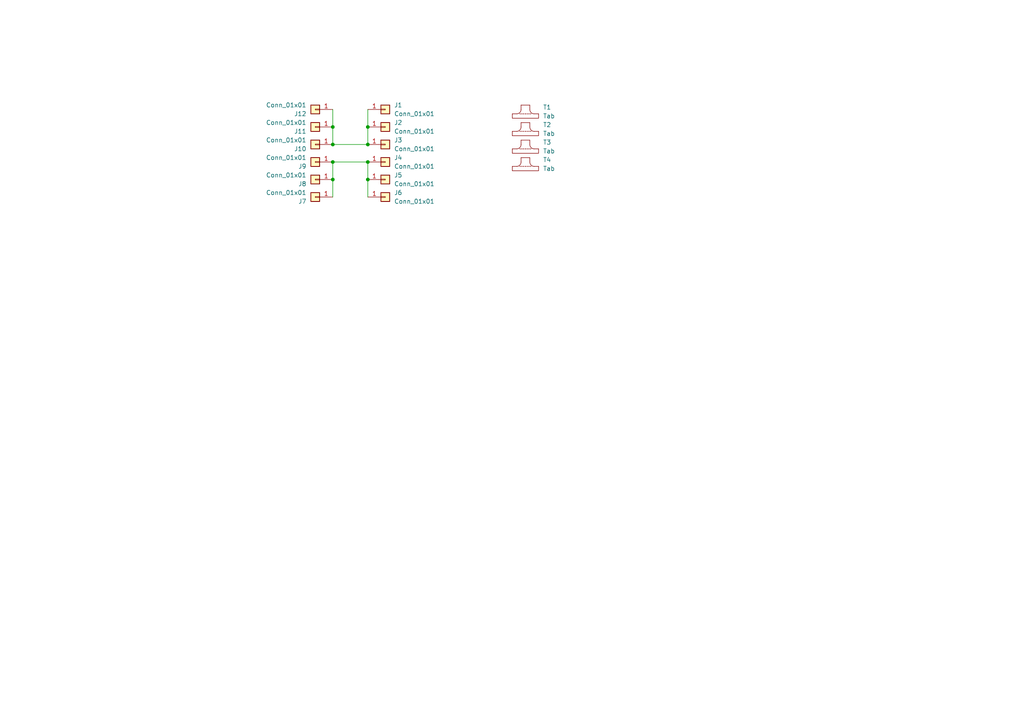
<source format=kicad_sch>
(kicad_sch (version 20231120) (generator "eeschema") (generator_version "8.0")
  (paper "A4")
  (lib_symbols
    (symbol "Connector_Generic:Conn_01x01" (pin_names (offset 1.016) hide)
      (property "Reference" "J" (at 0 2.54 0))
      (property "Value" "Conn_01x01" (at 0 -2.54 0))
      (symbol "Conn_01x01_1_1"
        (rectangle (start -1.27 0.127) (end 0 -0.127) (stroke (width 0.1524)))
        (rectangle (start -1.27 1.27) (end 1.27 -1.27) (stroke (width 0.254)) (fill (type background)))
        (pin passive line (at -5.08 0 0) (length 3.81) (name "Pin_1") (number "1"))
      )
    )
    (symbol "PCM_kikit:Tab" (in_bom no)
      (property "Reference" "T" (at 0 3.81 0))
      (property "Value" "Tab" (at 0 -2.54 0))
      (symbol "Tab_0_1"
        (arc (start -2.54 0) (mid -1.642 0.372) (end -1.27 1.27) (stroke (width 0.1524)))
        (circle (center -1.524 0) (radius 0.0762) (stroke (width 0.1524)))
        (circle (center -1.016 0) (radius 0.0762) (stroke (width 0.1524)))
        (circle (center -0.508 0) (radius 0.0762) (stroke (width 0.1524)))
        (polyline (pts (xy -3.81 0) (xy -2.54 0)) (stroke (width 0.1524)))
        (polyline (pts (xy -1.27 1.27) (xy -1.27 2.54)) (stroke (width 0.1524)))
        (polyline (pts (xy 1.27 1.27) (xy 1.27 2.54)) (stroke (width 0.1524)))
        (polyline (pts (xy 1.27 2.54) (xy -1.27 2.54)) (stroke (width 0.1524)))
        (polyline (pts (xy 2.54 0) (xy 3.81 0)) (stroke (width 0.1524)))
        (polyline (pts (xy -3.81 0) (xy -3.81 -1.27) (xy 3.81 -1.27) (xy 3.81 0)) (stroke (width 0.1524)))
        (circle (center 0 0) (radius 0.0762) (stroke (width 0.1524)))
        (circle (center 0.508 0) (radius 0.0762) (stroke (width 0.1524)))
        (circle (center 1.016 0) (radius 0.0762) (stroke (width 0.1524)))
        (arc (start 1.27 1.27) (mid 1.642 0.372) (end 2.54 0) (stroke (width 0.1524)))
        (circle (center 1.524 0) (radius 0.0762) (stroke (width 0.1524)))
      )
    )
  )
  (junction (at 106.68 52.07))
  (junction (at 106.68 46.99))
  (junction (at 96.52 36.83))
  (junction (at 106.68 36.83))
  (junction (at 96.52 46.99))
  (junction (at 96.52 41.91))
  (junction (at 106.68 41.91))
  (junction (at 96.52 52.07))
  (wire (pts (xy 96.52 31.75) (xy 96.52 36.83)))
  (wire (pts (xy 96.52 41.91) (xy 106.68 41.91)))
  (wire (pts (xy 96.52 46.99) (xy 106.68 46.99)))
  (wire (pts (xy 106.68 46.99) (xy 106.68 52.07)))
  (wire (pts (xy 96.52 36.83) (xy 96.52 41.91)))
  (wire (pts (xy 106.68 36.83) (xy 106.68 41.91)))
  (wire (pts (xy 96.52 46.99) (xy 96.52 52.07)))
  (wire (pts (xy 106.68 31.75) (xy 106.68 36.83)))
  (wire (pts (xy 106.68 52.07) (xy 106.68 57.15)))
  (wire (pts (xy 96.52 52.07) (xy 96.52 57.15)))
  (symbol (lib_id "Connector_Generic:Conn_01x01") (at 111.76 46.99 0) (unit 1)
    (property "Reference" "J4" (at 114.3 45.7199 0) (effects (justify left)))
    (property "Value" "Conn_01x01" (at 114.3 48.2599 0) (effects (justify left)))
    (property "Footprint" "Castellated_Holes:Castellated_Hole02" (effects (hide yes)))
    (property "Description" "Generic connector, single row, 01x01, script generated (kicad-library-utils/schlib/autogen/connector/)" (effects (hide yes)))
  )
  (symbol (lib_id "Connector_Generic:Conn_01x01") (at 91.44 52.07 180) (unit 1)
    (property "Reference" "J8" (at 88.9 53.3401 0) (effects (justify left)))
    (property "Value" "Conn_01x01" (at 88.9 50.8001 0) (effects (justify left)))
    (property "Footprint" "Castellated_Holes:Castellated_Hole02" (effects (hide yes)))
    (property "Description" "Generic connector, single row, 01x01, script generated (kicad-library-utils/schlib/autogen/connector/)" (effects (hide yes)))
  )
  (symbol (lib_id "PCM_kikit:Tab") (at 152.4 38.1 0) (unit 1) (in_bom no)
    (property "Reference" "T2" (at 157.48 36.1949 0) (effects (justify left)))
    (property "Value" "Tab" (at 157.48 38.7349 0) (effects (justify left)))
    (property "Footprint" "PCM_kikit:Tab" (effects (hide yes)))
    (property "Description" "KiKit tab annotations" (effects (hide yes)))
  )
  (symbol (lib_id "Connector_Generic:Conn_01x01") (at 91.44 46.99 180) (unit 1)
    (property "Reference" "J9" (at 88.9 48.2601 0) (effects (justify left)))
    (property "Value" "Conn_01x01" (at 88.9 45.7201 0) (effects (justify left)))
    (property "Footprint" "Castellated_Holes:Castellated_Hole02" (effects (hide yes)))
    (property "Description" "Generic connector, single row, 01x01, script generated (kicad-library-utils/schlib/autogen/connector/)" (effects (hide yes)))
  )
  (symbol (lib_id "Connector_Generic:Conn_01x01") (at 111.76 36.83 0) (unit 1)
    (property "Reference" "J2" (at 114.3 35.5599 0) (effects (justify left)))
    (property "Value" "Conn_01x01" (at 114.3 38.0999 0) (effects (justify left)))
    (property "Footprint" "Castellated_Holes:Castellated_Hole02" (effects (hide yes)))
    (property "Description" "Generic connector, single row, 01x01, script generated (kicad-library-utils/schlib/autogen/connector/)" (effects (hide yes)))
  )
  (symbol (lib_id "Connector_Generic:Conn_01x01") (at 111.76 31.75 0) (unit 1)
    (property "Reference" "J1" (at 114.3 30.4799 0) (effects (justify left)))
    (property "Value" "Conn_01x01" (at 114.3 33.0199 0) (effects (justify left)))
    (property "Footprint" "Castellated_Holes:Castellated_Hole02" (effects (hide yes)))
    (property "Description" "Generic connector, single row, 01x01, script generated (kicad-library-utils/schlib/autogen/connector/)" (effects (hide yes)))
  )
  (symbol (lib_id "Connector_Generic:Conn_01x01") (at 91.44 36.83 180) (unit 1)
    (property "Reference" "J11" (at 88.9 38.1001 0) (effects (justify left)))
    (property "Value" "Conn_01x01" (at 88.9 35.5601 0) (effects (justify left)))
    (property "Footprint" "Castellated_Holes:Castellated_Hole02" (effects (hide yes)))
    (property "Description" "Generic connector, single row, 01x01, script generated (kicad-library-utils/schlib/autogen/connector/)" (effects (hide yes)))
  )
  (symbol (lib_id "Connector_Generic:Conn_01x01") (at 91.44 57.15 180) (unit 1)
    (property "Reference" "J7" (at 88.9 58.4201 0) (effects (justify left)))
    (property "Value" "Conn_01x01" (at 88.9 55.8801 0) (effects (justify left)))
    (property "Footprint" "Castellated_Holes:Castellated_Hole02" (effects (hide yes)))
    (property "Description" "Generic connector, single row, 01x01, script generated (kicad-library-utils/schlib/autogen/connector/)" (effects (hide yes)))
  )
  (symbol (lib_id "Connector_Generic:Conn_01x01") (at 91.44 41.91 180) (unit 1)
    (property "Reference" "J10" (at 88.9 43.1801 0) (effects (justify left)))
    (property "Value" "Conn_01x01" (at 88.9 40.6401 0) (effects (justify left)))
    (property "Footprint" "Castellated_Holes:Castellated_Hole02" (effects (hide yes)))
    (property "Description" "Generic connector, single row, 01x01, script generated (kicad-library-utils/schlib/autogen/connector/)" (effects (hide yes)))
  )
  (symbol (lib_id "Connector_Generic:Conn_01x01") (at 111.76 52.07 0) (unit 1)
    (property "Reference" "J5" (at 114.3 50.7999 0) (effects (justify left)))
    (property "Value" "Conn_01x01" (at 114.3 53.3399 0) (effects (justify left)))
    (property "Footprint" "Castellated_Holes:Castellated_Hole02" (effects (hide yes)))
    (property "Description" "Generic connector, single row, 01x01, script generated (kicad-library-utils/schlib/autogen/connector/)" (effects (hide yes)))
  )
  (symbol (lib_id "PCM_kikit:Tab") (at 152.4 43.18 0) (unit 1) (in_bom no)
    (property "Reference" "T3" (at 157.48 41.2749 0) (effects (justify left)))
    (property "Value" "Tab" (at 157.48 43.8149 0) (effects (justify left)))
    (property "Footprint" "PCM_kikit:Tab" (effects (hide yes)))
    (property "Description" "KiKit tab annotations" (effects (hide yes)))
  )
  (symbol (lib_id "PCM_kikit:Tab") (at 152.4 48.26 0) (unit 1) (in_bom no)
    (property "Reference" "T4" (at 157.48 46.3549 0) (effects (justify left)))
    (property "Value" "Tab" (at 157.48 48.8949 0) (effects (justify left)))
    (property "Footprint" "PCM_kikit:Tab" (effects (hide yes)))
    (property "Description" "KiKit tab annotations" (effects (hide yes)))
  )
  (symbol (lib_id "Connector_Generic:Conn_01x01") (at 91.44 31.75 180) (unit 1)
    (property "Reference" "J12" (at 88.9 33.0201 0) (effects (justify left)))
    (property "Value" "Conn_01x01" (at 88.9 30.4801 0) (effects (justify left)))
    (property "Footprint" "Castellated_Holes:Castellated_Hole02" (effects (hide yes)))
    (property "Description" "Generic connector, single row, 01x01, script generated (kicad-library-utils/schlib/autogen/connector/)" (effects (hide yes)))
  )
  (symbol (lib_id "Connector_Generic:Conn_01x01") (at 111.76 57.15 0) (unit 1)
    (property "Reference" "J6" (at 114.3 55.8799 0) (effects (justify left)))
    (property "Value" "Conn_01x01" (at 114.3 58.4199 0) (effects (justify left)))
    (property "Footprint" "Castellated_Holes:Castellated_Hole02" (effects (hide yes)))
    (property "Description" "Generic connector, single row, 01x01, script generated (kicad-library-utils/schlib/autogen/connector/)" (effects (hide yes)))
  )
  (symbol (lib_id "PCM_kikit:Tab") (at 152.4 33.02 0) (unit 1) (in_bom no)
    (property "Reference" "T1" (at 157.48 31.1149 0) (effects (justify left)))
    (property "Value" "Tab" (at 157.48 33.6549 0) (effects (justify left)))
    (property "Footprint" "PCM_kikit:Tab" (effects (hide yes)))
    (property "Description" "KiKit tab annotations" (effects (hide yes)))
  )
  (symbol (lib_id "Connector_Generic:Conn_01x01") (at 111.76 41.91 0) (unit 1)
    (property "Reference" "J3" (at 114.3 40.6399 0) (effects (justify left)))
    (property "Value" "Conn_01x01" (at 114.3 43.1799 0) (effects (justify left)))
    (property "Footprint" "Castellated_Holes:Castellated_Hole02" (effects (hide yes)))
    (property "Description" "Generic connector, single row, 01x01, script generated (kicad-library-utils/schlib/autogen/connector/)" (effects (hide yes)))
  )
)
</source>
